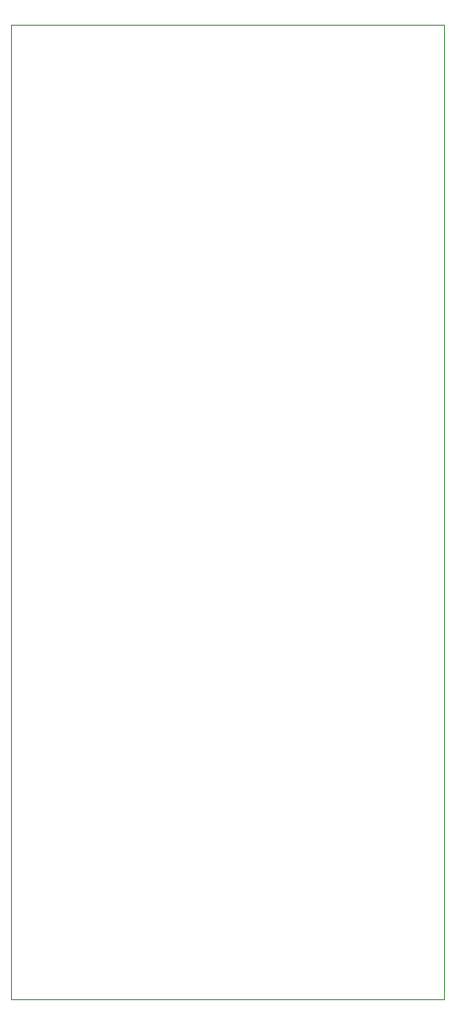
<source format=gm1>
G04 #@! TF.GenerationSoftware,KiCad,Pcbnew,(6.0.9)*
G04 #@! TF.CreationDate,2024-06-02T17:02:14+02:00*
G04 #@! TF.ProjectId,Spoke,53706f6b-652e-46b6-9963-61645f706362,1.2*
G04 #@! TF.SameCoordinates,PX5f5e100PY5f5e100*
G04 #@! TF.FileFunction,Profile,NP*
%FSLAX46Y46*%
G04 Gerber Fmt 4.6, Leading zero omitted, Abs format (unit mm)*
G04 Created by KiCad (PCBNEW (6.0.9)) date 2024-06-02 17:02:14*
%MOMM*%
%LPD*%
G01*
G04 APERTURE LIST*
G04 #@! TA.AperFunction,Profile*
%ADD10C,0.100000*%
G04 #@! TD*
G04 APERTURE END LIST*
D10*
X-20000000Y45000000D02*
X-20000000Y-45000000D01*
X20000000Y45000000D02*
X-20000000Y45000000D01*
X-20000000Y-45000000D02*
X20000000Y-45000000D01*
X20000000Y-45000000D02*
X20000000Y45000000D01*
M02*

</source>
